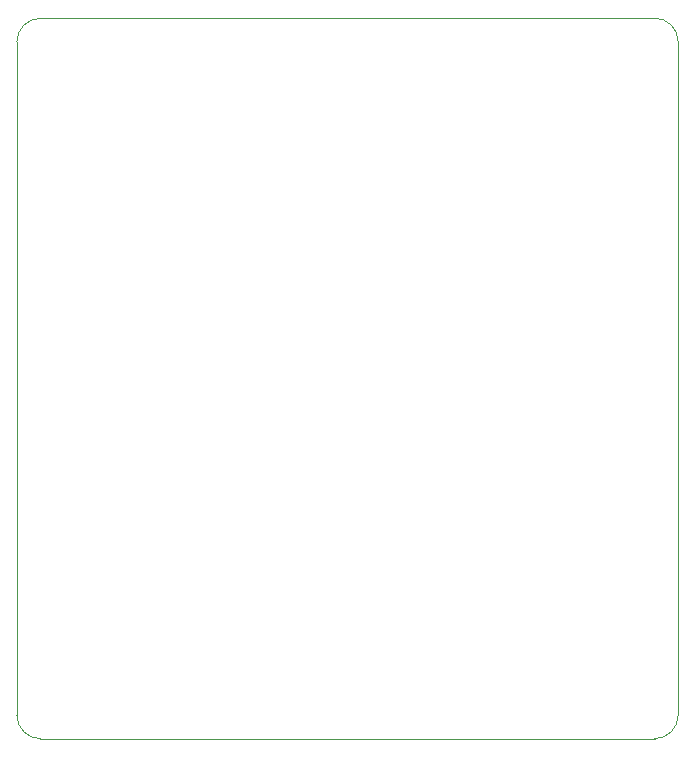
<source format=gm1>
G04 #@! TF.GenerationSoftware,KiCad,Pcbnew,(5.1.2)-2*
G04 #@! TF.CreationDate,2019-09-22T20:35:15+02:00*
G04 #@! TF.ProjectId,PowerSupply,506f7765-7253-4757-9070-6c792e6b6963,rev?*
G04 #@! TF.SameCoordinates,Original*
G04 #@! TF.FileFunction,Profile,NP*
%FSLAX46Y46*%
G04 Gerber Fmt 4.6, Leading zero omitted, Abs format (unit mm)*
G04 Created by KiCad (PCBNEW (5.1.2)-2) date 2019-09-22 20:35:15*
%MOMM*%
%LPD*%
G04 APERTURE LIST*
%ADD10C,0.050000*%
G04 APERTURE END LIST*
D10*
X69000000Y-65000000D02*
X69000000Y-122000000D01*
X123000000Y-63000000D02*
X71000000Y-63000000D01*
X125000000Y-122000000D02*
X125000000Y-65000000D01*
X71000000Y-124000000D02*
X123000000Y-124000000D01*
X71000000Y-124000000D02*
G75*
G02X69000000Y-122000000I0J2000000D01*
G01*
X125000000Y-122000000D02*
G75*
G02X123000000Y-124000000I-2000000J0D01*
G01*
X123000000Y-63000000D02*
G75*
G02X125000000Y-65000000I0J-2000000D01*
G01*
X69000000Y-65000000D02*
G75*
G02X71000000Y-63000000I2000000J0D01*
G01*
M02*

</source>
